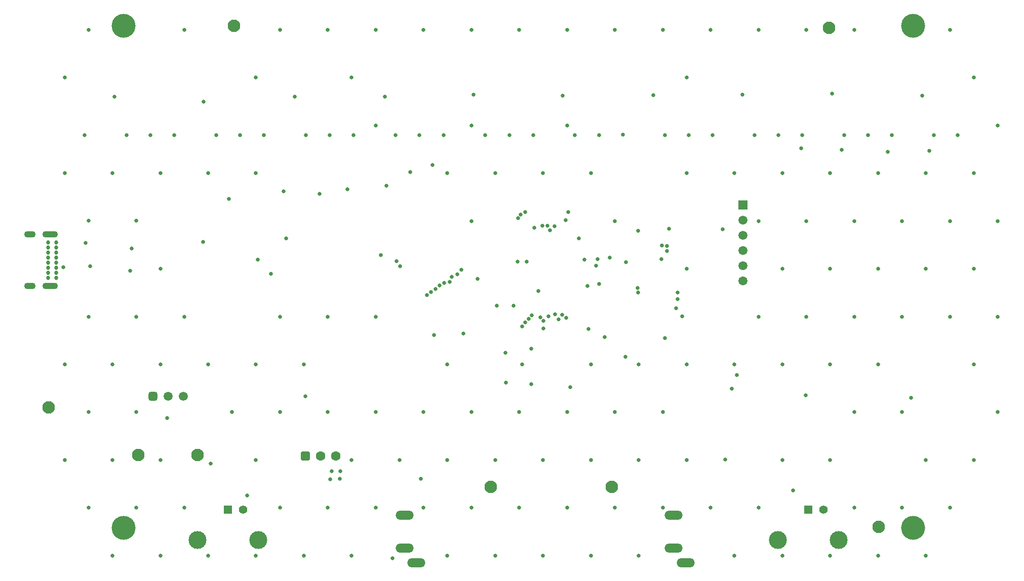
<source format=gbr>
%TF.GenerationSoftware,Altium Limited,Altium Designer,23.6.0 (18)*%
G04 Layer_Color=16711935*
%FSLAX43Y43*%
%MOMM*%
%TF.SameCoordinates,02C31AF8-F4BC-48A1-AB84-B672334353EB*%
%TF.FilePolarity,Negative*%
%TF.FileFunction,Soldermask,Bot*%
%TF.Part,Single*%
G01*
G75*
%TA.AperFunction,ComponentPad*%
%ADD30C,0.690*%
%ADD31O,2.600X1.100*%
%ADD32O,1.900X1.100*%
%TA.AperFunction,ViaPad*%
%ADD33C,4.000*%
%TA.AperFunction,ComponentPad*%
%ADD34O,3.016X1.508*%
%ADD35C,3.000*%
%ADD36C,1.398*%
%ADD37R,1.398X1.398*%
G04:AMPARAMS|DCode=38|XSize=1.5mm|YSize=1.5mm|CornerRadius=0.375mm|HoleSize=0mm|Usage=FLASHONLY|Rotation=0.000|XOffset=0mm|YOffset=0mm|HoleType=Round|Shape=RoundedRectangle|*
%AMROUNDEDRECTD38*
21,1,1.500,0.750,0,0,0.0*
21,1,0.750,1.500,0,0,0.0*
1,1,0.750,0.375,-0.375*
1,1,0.750,-0.375,-0.375*
1,1,0.750,-0.375,0.375*
1,1,0.750,0.375,0.375*
%
%ADD38ROUNDEDRECTD38*%
%ADD39C,1.500*%
%ADD40R,1.500X1.500*%
G04:AMPARAMS|DCode=41|XSize=1.6mm|YSize=1.6mm|CornerRadius=0.4mm|HoleSize=0mm|Usage=FLASHONLY|Rotation=0.000|XOffset=0mm|YOffset=0mm|HoleType=Round|Shape=RoundedRectangle|*
%AMROUNDEDRECTD41*
21,1,1.600,0.800,0,0,0.0*
21,1,0.800,1.600,0,0,0.0*
1,1,0.800,0.400,-0.400*
1,1,0.800,-0.400,-0.400*
1,1,0.800,-0.400,0.400*
1,1,0.800,0.400,0.400*
%
%ADD41ROUNDEDRECTD41*%
%ADD42C,1.600*%
%ADD43C,2.100*%
%TA.AperFunction,ViaPad*%
%ADD44C,0.650*%
D30*
X4925Y58575D02*
D03*
Y57725D02*
D03*
Y56875D02*
D03*
Y56025D02*
D03*
Y55175D02*
D03*
Y54325D02*
D03*
Y53475D02*
D03*
Y52625D02*
D03*
X6275D02*
D03*
Y53475D02*
D03*
Y54325D02*
D03*
Y55175D02*
D03*
Y56025D02*
D03*
Y56875D02*
D03*
Y57725D02*
D03*
Y58575D02*
D03*
D31*
X5295Y51275D02*
D03*
Y59925D02*
D03*
D32*
X1915Y51275D02*
D03*
Y59925D02*
D03*
D33*
X17525Y10825D02*
D03*
Y94825D02*
D03*
X149525Y10825D02*
D03*
Y94825D02*
D03*
D34*
X109500Y12900D02*
D03*
Y7400D02*
D03*
X111500Y5000D02*
D03*
X64500Y12900D02*
D03*
Y7400D02*
D03*
X66500Y5000D02*
D03*
D35*
X40080Y8800D02*
D03*
X29920D02*
D03*
X137080Y8800D02*
D03*
X126920D02*
D03*
D36*
X37540Y13880D02*
D03*
X134540Y13880D02*
D03*
D37*
X35000Y13880D02*
D03*
X132000Y13880D02*
D03*
D38*
X22460Y32800D02*
D03*
D39*
X25000D02*
D03*
X27540D02*
D03*
X121067Y52173D02*
D03*
Y54713D02*
D03*
Y57253D02*
D03*
Y59793D02*
D03*
Y62333D02*
D03*
D40*
Y64873D02*
D03*
D41*
X47935Y22850D02*
D03*
D42*
X50475D02*
D03*
X53015D02*
D03*
D43*
X99199Y17673D02*
D03*
X29920Y23000D02*
D03*
X78921Y17673D02*
D03*
X5020Y31000D02*
D03*
X143786Y11008D02*
D03*
X135500Y94500D02*
D03*
X36000Y94825D02*
D03*
X20000Y23000D02*
D03*
D44*
X117741Y60762D02*
D03*
X32142Y21600D02*
D03*
X67286Y19041D02*
D03*
X38175Y16259D02*
D03*
X62483Y5724D02*
D03*
X52117Y18907D02*
D03*
X53789Y20301D02*
D03*
X52345Y20326D02*
D03*
X53663Y19008D02*
D03*
X24796Y29203D02*
D03*
X30828Y58627D02*
D03*
X35132Y65866D02*
D03*
X19687Y62176D02*
D03*
X11687D02*
D03*
X11969Y54577D02*
D03*
X7482Y54434D02*
D03*
X86858Y50462D02*
D03*
X84951Y55351D02*
D03*
X83383Y55368D02*
D03*
X89605Y61243D02*
D03*
X131613Y33000D02*
D03*
X149226Y32570D02*
D03*
X129465Y17058D02*
D03*
X85694Y40828D02*
D03*
X92186Y34384D02*
D03*
X85694Y34862D02*
D03*
X84215Y38155D02*
D03*
X74382Y43358D02*
D03*
X69418Y43072D02*
D03*
X60540Y56437D02*
D03*
X44693Y59253D02*
D03*
X40015Y55673D02*
D03*
X42210Y53286D02*
D03*
X11185Y58489D02*
D03*
X18869Y57534D02*
D03*
X18678Y53859D02*
D03*
X95241Y44074D02*
D03*
X108033Y42594D02*
D03*
X151040Y83167D02*
D03*
X152233Y73859D02*
D03*
X137579Y74097D02*
D03*
X145312Y73763D02*
D03*
X130849Y74288D02*
D03*
X136004Y83501D02*
D03*
X120968Y83262D02*
D03*
X106076Y83214D02*
D03*
X90993Y83167D02*
D03*
X76052Y83262D02*
D03*
X16005Y82928D02*
D03*
X61208Y82928D02*
D03*
X46124Y82976D02*
D03*
X30946Y82069D02*
D03*
X44275Y67135D02*
D03*
X50347Y66665D02*
D03*
X54969Y67488D02*
D03*
X61511Y68075D02*
D03*
X65429Y70347D02*
D03*
X69189Y71523D02*
D03*
X159687Y86169D02*
D03*
X163687Y78169D02*
D03*
X159687Y70169D02*
D03*
X163687Y62169D02*
D03*
X159687Y54169D02*
D03*
X163687Y46169D02*
D03*
X159687Y38169D02*
D03*
X163687Y30169D02*
D03*
X159687Y22169D02*
D03*
X155687Y94169D02*
D03*
X151687Y70169D02*
D03*
X155687Y62169D02*
D03*
X151687Y54169D02*
D03*
X155687Y46169D02*
D03*
X151687Y22169D02*
D03*
X155687Y14169D02*
D03*
X151687Y6169D02*
D03*
X143687Y70169D02*
D03*
X147687Y62169D02*
D03*
X143687Y54169D02*
D03*
X147687Y46169D02*
D03*
X143687Y38169D02*
D03*
X147687Y30169D02*
D03*
Y14169D02*
D03*
X143687Y6169D02*
D03*
X139687Y94169D02*
D03*
X135687Y70169D02*
D03*
X139687Y62169D02*
D03*
X135687Y54169D02*
D03*
X139687Y46169D02*
D03*
X135687Y38169D02*
D03*
X139687Y30169D02*
D03*
X135687Y22169D02*
D03*
X139687Y14169D02*
D03*
X135687Y6169D02*
D03*
X131687Y94169D02*
D03*
X127687Y70169D02*
D03*
X131687Y62169D02*
D03*
X127687Y54169D02*
D03*
X131687Y46169D02*
D03*
X127687Y38169D02*
D03*
Y22169D02*
D03*
Y6169D02*
D03*
X123687Y94169D02*
D03*
X119687Y70169D02*
D03*
X123687Y62169D02*
D03*
Y46169D02*
D03*
X119687Y38169D02*
D03*
X123687Y14169D02*
D03*
X119687Y6169D02*
D03*
X115687Y94169D02*
D03*
X111687Y86169D02*
D03*
Y70169D02*
D03*
Y54169D02*
D03*
Y38169D02*
D03*
Y22169D02*
D03*
X115687Y14169D02*
D03*
X107687Y94169D02*
D03*
X103687Y38169D02*
D03*
X107687Y30169D02*
D03*
X103687Y22169D02*
D03*
X107687Y14169D02*
D03*
X103687Y6169D02*
D03*
X99687Y94169D02*
D03*
X95687Y70169D02*
D03*
X99687Y62169D02*
D03*
X95687Y38169D02*
D03*
X99687Y30169D02*
D03*
X95687Y22169D02*
D03*
X99687Y14169D02*
D03*
X95687Y6169D02*
D03*
X91687Y94169D02*
D03*
Y78169D02*
D03*
X87687Y70169D02*
D03*
X91687Y30169D02*
D03*
X87687Y22169D02*
D03*
X91687Y14169D02*
D03*
X87687Y6169D02*
D03*
X83687Y94169D02*
D03*
X79687Y70169D02*
D03*
X83687Y30169D02*
D03*
X79687Y22169D02*
D03*
X83687Y14169D02*
D03*
X79687Y6169D02*
D03*
X75687Y94169D02*
D03*
Y78169D02*
D03*
X71687Y70169D02*
D03*
X75687Y62169D02*
D03*
X71687Y38169D02*
D03*
X75687Y30169D02*
D03*
X71687Y22169D02*
D03*
X75687Y14169D02*
D03*
X71687Y6169D02*
D03*
X67687Y94169D02*
D03*
Y30169D02*
D03*
X63687Y22169D02*
D03*
X67687Y14169D02*
D03*
X59687Y94169D02*
D03*
X55687Y86169D02*
D03*
X59687Y78169D02*
D03*
Y46169D02*
D03*
Y30169D02*
D03*
X55687Y22169D02*
D03*
X59687Y14169D02*
D03*
X55687Y6169D02*
D03*
X51687Y94169D02*
D03*
Y46169D02*
D03*
X47687Y38169D02*
D03*
X51687Y30169D02*
D03*
Y14169D02*
D03*
X47687Y6169D02*
D03*
X43687Y94169D02*
D03*
X39687Y86169D02*
D03*
Y70169D02*
D03*
X43687Y46169D02*
D03*
X39687Y38169D02*
D03*
X43687Y30169D02*
D03*
X39687Y22169D02*
D03*
X43687Y14169D02*
D03*
X39687Y6169D02*
D03*
X31687Y70169D02*
D03*
Y38169D02*
D03*
X35687Y30169D02*
D03*
X31687Y6169D02*
D03*
X27687Y94169D02*
D03*
X23687Y70169D02*
D03*
Y54169D02*
D03*
X27687Y46169D02*
D03*
X23687Y38169D02*
D03*
Y22169D02*
D03*
X27687Y14169D02*
D03*
X23687Y6169D02*
D03*
X15687Y70169D02*
D03*
X19687Y46169D02*
D03*
X15687Y38169D02*
D03*
X19687Y30169D02*
D03*
X15687Y22169D02*
D03*
X19687Y14169D02*
D03*
X15687Y6169D02*
D03*
X11687Y94169D02*
D03*
X7687Y86169D02*
D03*
Y70169D02*
D03*
X11687Y46169D02*
D03*
X7687Y38169D02*
D03*
X11687Y30169D02*
D03*
X7687Y22169D02*
D03*
X11687Y14169D02*
D03*
X63162Y55400D02*
D03*
X70344Y51375D02*
D03*
X69740Y50750D02*
D03*
X68290Y49743D02*
D03*
X68921Y50250D02*
D03*
X72054Y51977D02*
D03*
X76750Y52502D02*
D03*
X82743Y48027D02*
D03*
X84716Y45199D02*
D03*
X84177Y44542D02*
D03*
X85826Y46414D02*
D03*
X85292Y45800D02*
D03*
X87774Y45424D02*
D03*
X87198Y46053D02*
D03*
X89706Y46541D02*
D03*
X88544Y46187D02*
D03*
X90253Y45713D02*
D03*
X91504Y45993D02*
D03*
X90858Y46467D02*
D03*
X74000Y53976D02*
D03*
X63778Y54625D02*
D03*
X47935Y32800D02*
D03*
X88826Y60609D02*
D03*
X108431Y57997D02*
D03*
X107520Y58051D02*
D03*
X108700Y60848D02*
D03*
X108431Y57106D02*
D03*
X103540Y60515D02*
D03*
X101554Y55243D02*
D03*
X120091Y36426D02*
D03*
X119270Y34126D02*
D03*
X81394Y40074D02*
D03*
X73307Y53263D02*
D03*
X96500Y54669D02*
D03*
X87774Y44182D02*
D03*
X118130Y22281D02*
D03*
X93643Y59246D02*
D03*
X101027Y76592D02*
D03*
X86250Y61059D02*
D03*
X95122Y51250D02*
D03*
X94631Y55674D02*
D03*
X98848Y56040D02*
D03*
X103556Y50183D02*
D03*
X103462Y50982D02*
D03*
X110131Y50174D02*
D03*
X96782Y55819D02*
D03*
X110131Y49087D02*
D03*
X97027Y51596D02*
D03*
X109884Y47552D02*
D03*
X110921Y46187D02*
D03*
X107465Y55819D02*
D03*
X98000Y42750D02*
D03*
X101480Y39479D02*
D03*
X81452Y35080D02*
D03*
X91463Y62270D02*
D03*
X91875Y63679D02*
D03*
X79955Y48030D02*
D03*
X88397Y61379D02*
D03*
X87577Y61374D02*
D03*
X131027Y76559D02*
D03*
X108027D02*
D03*
X84674Y63679D02*
D03*
X83505Y62595D02*
D03*
X83955Y63258D02*
D03*
X72450Y52850D02*
D03*
X71125Y51825D02*
D03*
X157027Y76559D02*
D03*
X153027D02*
D03*
X146027D02*
D03*
X142027D02*
D03*
X138027D02*
D03*
X127027D02*
D03*
X123027Y76547D02*
D03*
X116027Y76559D02*
D03*
X112027D02*
D03*
X97027D02*
D03*
X93027D02*
D03*
X86027D02*
D03*
X82027D02*
D03*
X78027D02*
D03*
X71027D02*
D03*
X67027D02*
D03*
X63027D02*
D03*
X56027D02*
D03*
X52027D02*
D03*
X48027D02*
D03*
X41027D02*
D03*
X37027D02*
D03*
X33027D02*
D03*
X26027D02*
D03*
X22027D02*
D03*
X18027D02*
D03*
X11027D02*
D03*
%TF.MD5,84ac07a9f96b137a616e6bce73e71475*%
M02*

</source>
